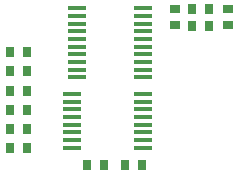
<source format=gbp>
G04*
G04 #@! TF.GenerationSoftware,Altium Limited,Altium Designer,19.0.15 (446)*
G04*
G04 Layer_Color=128*
%FSTAX24Y24*%
%MOIN*%
G70*
G01*
G75*
%ADD17R,0.0354X0.0315*%
%ADD22R,0.0295X0.0335*%
%ADD38R,0.0315X0.0354*%
%ADD48R,0.0610X0.0118*%
D17*
X073547Y047034D02*
D03*
Y046483D02*
D03*
X071775Y047034D02*
D03*
Y046483D02*
D03*
D22*
X066303Y045578D02*
D03*
X066854D02*
D03*
X072366Y046444D02*
D03*
X072917D02*
D03*
X072366Y047034D02*
D03*
X072917D02*
D03*
X066303Y04494D02*
D03*
X066854D02*
D03*
X066303Y044302D02*
D03*
X066854D02*
D03*
D38*
X066303Y043664D02*
D03*
X066854D02*
D03*
X066303Y043027D02*
D03*
X066854D02*
D03*
X069413Y041838D02*
D03*
X068862D02*
D03*
X066303Y042389D02*
D03*
X066854D02*
D03*
X070673Y041838D02*
D03*
X070122D02*
D03*
D48*
X070712Y047044D02*
D03*
Y046788D02*
D03*
Y046533D02*
D03*
Y046277D02*
D03*
Y046021D02*
D03*
Y045765D02*
D03*
Y045509D02*
D03*
Y045253D02*
D03*
Y044997D02*
D03*
Y044741D02*
D03*
X068508D02*
D03*
Y044997D02*
D03*
Y045253D02*
D03*
Y045509D02*
D03*
Y045765D02*
D03*
Y046021D02*
D03*
Y046277D02*
D03*
Y046533D02*
D03*
Y046788D02*
D03*
Y047044D02*
D03*
X070712Y042399D02*
D03*
Y042654D02*
D03*
Y04291D02*
D03*
Y043166D02*
D03*
Y043422D02*
D03*
Y043678D02*
D03*
Y043934D02*
D03*
Y04419D02*
D03*
X06835D02*
D03*
Y043934D02*
D03*
Y043678D02*
D03*
Y043422D02*
D03*
Y043166D02*
D03*
Y04291D02*
D03*
Y042654D02*
D03*
Y042399D02*
D03*
M02*

</source>
